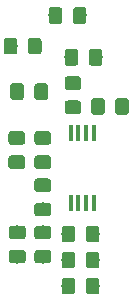
<source format=gbr>
G04 #@! TF.GenerationSoftware,KiCad,Pcbnew,(5.0.0)*
G04 #@! TF.CreationDate,2019-08-13T22:51:23+09:00*
G04 #@! TF.ProjectId,wm61_mic_preamp,776D36315F6D69635F707265616D702E,rev?*
G04 #@! TF.SameCoordinates,Original*
G04 #@! TF.FileFunction,Paste,Top*
G04 #@! TF.FilePolarity,Positive*
%FSLAX46Y46*%
G04 Gerber Fmt 4.6, Leading zero omitted, Abs format (unit mm)*
G04 Created by KiCad (PCBNEW (5.0.0)) date 08/13/19 22:51:23*
%MOMM*%
%LPD*%
G01*
G04 APERTURE LIST*
%ADD10C,0.100000*%
%ADD11C,1.150000*%
%ADD12R,0.450000X1.450000*%
G04 APERTURE END LIST*
D10*
G04 #@! TO.C,C1*
G36*
X155924505Y-122851204D02*
X155948773Y-122854804D01*
X155972572Y-122860765D01*
X155995671Y-122869030D01*
X156017850Y-122879520D01*
X156038893Y-122892132D01*
X156058599Y-122906747D01*
X156076777Y-122923223D01*
X156093253Y-122941401D01*
X156107868Y-122961107D01*
X156120480Y-122982150D01*
X156130970Y-123004329D01*
X156139235Y-123027428D01*
X156145196Y-123051227D01*
X156148796Y-123075495D01*
X156150000Y-123099999D01*
X156150000Y-124000001D01*
X156148796Y-124024505D01*
X156145196Y-124048773D01*
X156139235Y-124072572D01*
X156130970Y-124095671D01*
X156120480Y-124117850D01*
X156107868Y-124138893D01*
X156093253Y-124158599D01*
X156076777Y-124176777D01*
X156058599Y-124193253D01*
X156038893Y-124207868D01*
X156017850Y-124220480D01*
X155995671Y-124230970D01*
X155972572Y-124239235D01*
X155948773Y-124245196D01*
X155924505Y-124248796D01*
X155900001Y-124250000D01*
X155249999Y-124250000D01*
X155225495Y-124248796D01*
X155201227Y-124245196D01*
X155177428Y-124239235D01*
X155154329Y-124230970D01*
X155132150Y-124220480D01*
X155111107Y-124207868D01*
X155091401Y-124193253D01*
X155073223Y-124176777D01*
X155056747Y-124158599D01*
X155042132Y-124138893D01*
X155029520Y-124117850D01*
X155019030Y-124095671D01*
X155010765Y-124072572D01*
X155004804Y-124048773D01*
X155001204Y-124024505D01*
X155000000Y-124000001D01*
X155000000Y-123099999D01*
X155001204Y-123075495D01*
X155004804Y-123051227D01*
X155010765Y-123027428D01*
X155019030Y-123004329D01*
X155029520Y-122982150D01*
X155042132Y-122961107D01*
X155056747Y-122941401D01*
X155073223Y-122923223D01*
X155091401Y-122906747D01*
X155111107Y-122892132D01*
X155132150Y-122879520D01*
X155154329Y-122869030D01*
X155177428Y-122860765D01*
X155201227Y-122854804D01*
X155225495Y-122851204D01*
X155249999Y-122850000D01*
X155900001Y-122850000D01*
X155924505Y-122851204D01*
X155924505Y-122851204D01*
G37*
D11*
X155575000Y-123550000D03*
D10*
G36*
X157974505Y-122851204D02*
X157998773Y-122854804D01*
X158022572Y-122860765D01*
X158045671Y-122869030D01*
X158067850Y-122879520D01*
X158088893Y-122892132D01*
X158108599Y-122906747D01*
X158126777Y-122923223D01*
X158143253Y-122941401D01*
X158157868Y-122961107D01*
X158170480Y-122982150D01*
X158180970Y-123004329D01*
X158189235Y-123027428D01*
X158195196Y-123051227D01*
X158198796Y-123075495D01*
X158200000Y-123099999D01*
X158200000Y-124000001D01*
X158198796Y-124024505D01*
X158195196Y-124048773D01*
X158189235Y-124072572D01*
X158180970Y-124095671D01*
X158170480Y-124117850D01*
X158157868Y-124138893D01*
X158143253Y-124158599D01*
X158126777Y-124176777D01*
X158108599Y-124193253D01*
X158088893Y-124207868D01*
X158067850Y-124220480D01*
X158045671Y-124230970D01*
X158022572Y-124239235D01*
X157998773Y-124245196D01*
X157974505Y-124248796D01*
X157950001Y-124250000D01*
X157299999Y-124250000D01*
X157275495Y-124248796D01*
X157251227Y-124245196D01*
X157227428Y-124239235D01*
X157204329Y-124230970D01*
X157182150Y-124220480D01*
X157161107Y-124207868D01*
X157141401Y-124193253D01*
X157123223Y-124176777D01*
X157106747Y-124158599D01*
X157092132Y-124138893D01*
X157079520Y-124117850D01*
X157069030Y-124095671D01*
X157060765Y-124072572D01*
X157054804Y-124048773D01*
X157051204Y-124024505D01*
X157050000Y-124000001D01*
X157050000Y-123099999D01*
X157051204Y-123075495D01*
X157054804Y-123051227D01*
X157060765Y-123027428D01*
X157069030Y-123004329D01*
X157079520Y-122982150D01*
X157092132Y-122961107D01*
X157106747Y-122941401D01*
X157123223Y-122923223D01*
X157141401Y-122906747D01*
X157161107Y-122892132D01*
X157182150Y-122879520D01*
X157204329Y-122869030D01*
X157227428Y-122860765D01*
X157251227Y-122854804D01*
X157275495Y-122851204D01*
X157299999Y-122850000D01*
X157950001Y-122850000D01*
X157974505Y-122851204D01*
X157974505Y-122851204D01*
G37*
D11*
X157625000Y-123550000D03*
G04 #@! TD*
D10*
G04 #@! TO.C,C2*
G36*
X154824505Y-102151204D02*
X154848773Y-102154804D01*
X154872572Y-102160765D01*
X154895671Y-102169030D01*
X154917850Y-102179520D01*
X154938893Y-102192132D01*
X154958599Y-102206747D01*
X154976777Y-102223223D01*
X154993253Y-102241401D01*
X155007868Y-102261107D01*
X155020480Y-102282150D01*
X155030970Y-102304329D01*
X155039235Y-102327428D01*
X155045196Y-102351227D01*
X155048796Y-102375495D01*
X155050000Y-102399999D01*
X155050000Y-103300001D01*
X155048796Y-103324505D01*
X155045196Y-103348773D01*
X155039235Y-103372572D01*
X155030970Y-103395671D01*
X155020480Y-103417850D01*
X155007868Y-103438893D01*
X154993253Y-103458599D01*
X154976777Y-103476777D01*
X154958599Y-103493253D01*
X154938893Y-103507868D01*
X154917850Y-103520480D01*
X154895671Y-103530970D01*
X154872572Y-103539235D01*
X154848773Y-103545196D01*
X154824505Y-103548796D01*
X154800001Y-103550000D01*
X154149999Y-103550000D01*
X154125495Y-103548796D01*
X154101227Y-103545196D01*
X154077428Y-103539235D01*
X154054329Y-103530970D01*
X154032150Y-103520480D01*
X154011107Y-103507868D01*
X153991401Y-103493253D01*
X153973223Y-103476777D01*
X153956747Y-103458599D01*
X153942132Y-103438893D01*
X153929520Y-103417850D01*
X153919030Y-103395671D01*
X153910765Y-103372572D01*
X153904804Y-103348773D01*
X153901204Y-103324505D01*
X153900000Y-103300001D01*
X153900000Y-102399999D01*
X153901204Y-102375495D01*
X153904804Y-102351227D01*
X153910765Y-102327428D01*
X153919030Y-102304329D01*
X153929520Y-102282150D01*
X153942132Y-102261107D01*
X153956747Y-102241401D01*
X153973223Y-102223223D01*
X153991401Y-102206747D01*
X154011107Y-102192132D01*
X154032150Y-102179520D01*
X154054329Y-102169030D01*
X154077428Y-102160765D01*
X154101227Y-102154804D01*
X154125495Y-102151204D01*
X154149999Y-102150000D01*
X154800001Y-102150000D01*
X154824505Y-102151204D01*
X154824505Y-102151204D01*
G37*
D11*
X154475000Y-102850000D03*
D10*
G36*
X156874505Y-102151204D02*
X156898773Y-102154804D01*
X156922572Y-102160765D01*
X156945671Y-102169030D01*
X156967850Y-102179520D01*
X156988893Y-102192132D01*
X157008599Y-102206747D01*
X157026777Y-102223223D01*
X157043253Y-102241401D01*
X157057868Y-102261107D01*
X157070480Y-102282150D01*
X157080970Y-102304329D01*
X157089235Y-102327428D01*
X157095196Y-102351227D01*
X157098796Y-102375495D01*
X157100000Y-102399999D01*
X157100000Y-103300001D01*
X157098796Y-103324505D01*
X157095196Y-103348773D01*
X157089235Y-103372572D01*
X157080970Y-103395671D01*
X157070480Y-103417850D01*
X157057868Y-103438893D01*
X157043253Y-103458599D01*
X157026777Y-103476777D01*
X157008599Y-103493253D01*
X156988893Y-103507868D01*
X156967850Y-103520480D01*
X156945671Y-103530970D01*
X156922572Y-103539235D01*
X156898773Y-103545196D01*
X156874505Y-103548796D01*
X156850001Y-103550000D01*
X156199999Y-103550000D01*
X156175495Y-103548796D01*
X156151227Y-103545196D01*
X156127428Y-103539235D01*
X156104329Y-103530970D01*
X156082150Y-103520480D01*
X156061107Y-103507868D01*
X156041401Y-103493253D01*
X156023223Y-103476777D01*
X156006747Y-103458599D01*
X155992132Y-103438893D01*
X155979520Y-103417850D01*
X155969030Y-103395671D01*
X155960765Y-103372572D01*
X155954804Y-103348773D01*
X155951204Y-103324505D01*
X155950000Y-103300001D01*
X155950000Y-102399999D01*
X155951204Y-102375495D01*
X155954804Y-102351227D01*
X155960765Y-102327428D01*
X155969030Y-102304329D01*
X155979520Y-102282150D01*
X155992132Y-102261107D01*
X156006747Y-102241401D01*
X156023223Y-102223223D01*
X156041401Y-102206747D01*
X156061107Y-102192132D01*
X156082150Y-102179520D01*
X156104329Y-102169030D01*
X156127428Y-102160765D01*
X156151227Y-102154804D01*
X156175495Y-102151204D01*
X156199999Y-102150000D01*
X156850001Y-102150000D01*
X156874505Y-102151204D01*
X156874505Y-102151204D01*
G37*
D11*
X156525000Y-102850000D03*
G04 #@! TD*
D10*
G04 #@! TO.C,C3*
G36*
X151724505Y-122701204D02*
X151748773Y-122704804D01*
X151772572Y-122710765D01*
X151795671Y-122719030D01*
X151817850Y-122729520D01*
X151838893Y-122742132D01*
X151858599Y-122756747D01*
X151876777Y-122773223D01*
X151893253Y-122791401D01*
X151907868Y-122811107D01*
X151920480Y-122832150D01*
X151930970Y-122854329D01*
X151939235Y-122877428D01*
X151945196Y-122901227D01*
X151948796Y-122925495D01*
X151950000Y-122949999D01*
X151950000Y-123600001D01*
X151948796Y-123624505D01*
X151945196Y-123648773D01*
X151939235Y-123672572D01*
X151930970Y-123695671D01*
X151920480Y-123717850D01*
X151907868Y-123738893D01*
X151893253Y-123758599D01*
X151876777Y-123776777D01*
X151858599Y-123793253D01*
X151838893Y-123807868D01*
X151817850Y-123820480D01*
X151795671Y-123830970D01*
X151772572Y-123839235D01*
X151748773Y-123845196D01*
X151724505Y-123848796D01*
X151700001Y-123850000D01*
X150799999Y-123850000D01*
X150775495Y-123848796D01*
X150751227Y-123845196D01*
X150727428Y-123839235D01*
X150704329Y-123830970D01*
X150682150Y-123820480D01*
X150661107Y-123807868D01*
X150641401Y-123793253D01*
X150623223Y-123776777D01*
X150606747Y-123758599D01*
X150592132Y-123738893D01*
X150579520Y-123717850D01*
X150569030Y-123695671D01*
X150560765Y-123672572D01*
X150554804Y-123648773D01*
X150551204Y-123624505D01*
X150550000Y-123600001D01*
X150550000Y-122949999D01*
X150551204Y-122925495D01*
X150554804Y-122901227D01*
X150560765Y-122877428D01*
X150569030Y-122854329D01*
X150579520Y-122832150D01*
X150592132Y-122811107D01*
X150606747Y-122791401D01*
X150623223Y-122773223D01*
X150641401Y-122756747D01*
X150661107Y-122742132D01*
X150682150Y-122729520D01*
X150704329Y-122719030D01*
X150727428Y-122710765D01*
X150751227Y-122704804D01*
X150775495Y-122701204D01*
X150799999Y-122700000D01*
X151700001Y-122700000D01*
X151724505Y-122701204D01*
X151724505Y-122701204D01*
G37*
D11*
X151250000Y-123275000D03*
D10*
G36*
X151724505Y-120651204D02*
X151748773Y-120654804D01*
X151772572Y-120660765D01*
X151795671Y-120669030D01*
X151817850Y-120679520D01*
X151838893Y-120692132D01*
X151858599Y-120706747D01*
X151876777Y-120723223D01*
X151893253Y-120741401D01*
X151907868Y-120761107D01*
X151920480Y-120782150D01*
X151930970Y-120804329D01*
X151939235Y-120827428D01*
X151945196Y-120851227D01*
X151948796Y-120875495D01*
X151950000Y-120899999D01*
X151950000Y-121550001D01*
X151948796Y-121574505D01*
X151945196Y-121598773D01*
X151939235Y-121622572D01*
X151930970Y-121645671D01*
X151920480Y-121667850D01*
X151907868Y-121688893D01*
X151893253Y-121708599D01*
X151876777Y-121726777D01*
X151858599Y-121743253D01*
X151838893Y-121757868D01*
X151817850Y-121770480D01*
X151795671Y-121780970D01*
X151772572Y-121789235D01*
X151748773Y-121795196D01*
X151724505Y-121798796D01*
X151700001Y-121800000D01*
X150799999Y-121800000D01*
X150775495Y-121798796D01*
X150751227Y-121795196D01*
X150727428Y-121789235D01*
X150704329Y-121780970D01*
X150682150Y-121770480D01*
X150661107Y-121757868D01*
X150641401Y-121743253D01*
X150623223Y-121726777D01*
X150606747Y-121708599D01*
X150592132Y-121688893D01*
X150579520Y-121667850D01*
X150569030Y-121645671D01*
X150560765Y-121622572D01*
X150554804Y-121598773D01*
X150551204Y-121574505D01*
X150550000Y-121550001D01*
X150550000Y-120899999D01*
X150551204Y-120875495D01*
X150554804Y-120851227D01*
X150560765Y-120827428D01*
X150569030Y-120804329D01*
X150579520Y-120782150D01*
X150592132Y-120761107D01*
X150606747Y-120741401D01*
X150623223Y-120723223D01*
X150641401Y-120706747D01*
X150661107Y-120692132D01*
X150682150Y-120679520D01*
X150704329Y-120669030D01*
X150727428Y-120660765D01*
X150751227Y-120654804D01*
X150775495Y-120651204D01*
X150799999Y-120650000D01*
X151700001Y-120650000D01*
X151724505Y-120651204D01*
X151724505Y-120651204D01*
G37*
D11*
X151250000Y-121225000D03*
G04 #@! TD*
D10*
G04 #@! TO.C,C4*
G36*
X158424505Y-109851204D02*
X158448773Y-109854804D01*
X158472572Y-109860765D01*
X158495671Y-109869030D01*
X158517850Y-109879520D01*
X158538893Y-109892132D01*
X158558599Y-109906747D01*
X158576777Y-109923223D01*
X158593253Y-109941401D01*
X158607868Y-109961107D01*
X158620480Y-109982150D01*
X158630970Y-110004329D01*
X158639235Y-110027428D01*
X158645196Y-110051227D01*
X158648796Y-110075495D01*
X158650000Y-110099999D01*
X158650000Y-111000001D01*
X158648796Y-111024505D01*
X158645196Y-111048773D01*
X158639235Y-111072572D01*
X158630970Y-111095671D01*
X158620480Y-111117850D01*
X158607868Y-111138893D01*
X158593253Y-111158599D01*
X158576777Y-111176777D01*
X158558599Y-111193253D01*
X158538893Y-111207868D01*
X158517850Y-111220480D01*
X158495671Y-111230970D01*
X158472572Y-111239235D01*
X158448773Y-111245196D01*
X158424505Y-111248796D01*
X158400001Y-111250000D01*
X157749999Y-111250000D01*
X157725495Y-111248796D01*
X157701227Y-111245196D01*
X157677428Y-111239235D01*
X157654329Y-111230970D01*
X157632150Y-111220480D01*
X157611107Y-111207868D01*
X157591401Y-111193253D01*
X157573223Y-111176777D01*
X157556747Y-111158599D01*
X157542132Y-111138893D01*
X157529520Y-111117850D01*
X157519030Y-111095671D01*
X157510765Y-111072572D01*
X157504804Y-111048773D01*
X157501204Y-111024505D01*
X157500000Y-111000001D01*
X157500000Y-110099999D01*
X157501204Y-110075495D01*
X157504804Y-110051227D01*
X157510765Y-110027428D01*
X157519030Y-110004329D01*
X157529520Y-109982150D01*
X157542132Y-109961107D01*
X157556747Y-109941401D01*
X157573223Y-109923223D01*
X157591401Y-109906747D01*
X157611107Y-109892132D01*
X157632150Y-109879520D01*
X157654329Y-109869030D01*
X157677428Y-109860765D01*
X157701227Y-109854804D01*
X157725495Y-109851204D01*
X157749999Y-109850000D01*
X158400001Y-109850000D01*
X158424505Y-109851204D01*
X158424505Y-109851204D01*
G37*
D11*
X158075000Y-110550000D03*
D10*
G36*
X160474505Y-109851204D02*
X160498773Y-109854804D01*
X160522572Y-109860765D01*
X160545671Y-109869030D01*
X160567850Y-109879520D01*
X160588893Y-109892132D01*
X160608599Y-109906747D01*
X160626777Y-109923223D01*
X160643253Y-109941401D01*
X160657868Y-109961107D01*
X160670480Y-109982150D01*
X160680970Y-110004329D01*
X160689235Y-110027428D01*
X160695196Y-110051227D01*
X160698796Y-110075495D01*
X160700000Y-110099999D01*
X160700000Y-111000001D01*
X160698796Y-111024505D01*
X160695196Y-111048773D01*
X160689235Y-111072572D01*
X160680970Y-111095671D01*
X160670480Y-111117850D01*
X160657868Y-111138893D01*
X160643253Y-111158599D01*
X160626777Y-111176777D01*
X160608599Y-111193253D01*
X160588893Y-111207868D01*
X160567850Y-111220480D01*
X160545671Y-111230970D01*
X160522572Y-111239235D01*
X160498773Y-111245196D01*
X160474505Y-111248796D01*
X160450001Y-111250000D01*
X159799999Y-111250000D01*
X159775495Y-111248796D01*
X159751227Y-111245196D01*
X159727428Y-111239235D01*
X159704329Y-111230970D01*
X159682150Y-111220480D01*
X159661107Y-111207868D01*
X159641401Y-111193253D01*
X159623223Y-111176777D01*
X159606747Y-111158599D01*
X159592132Y-111138893D01*
X159579520Y-111117850D01*
X159569030Y-111095671D01*
X159560765Y-111072572D01*
X159554804Y-111048773D01*
X159551204Y-111024505D01*
X159550000Y-111000001D01*
X159550000Y-110099999D01*
X159551204Y-110075495D01*
X159554804Y-110051227D01*
X159560765Y-110027428D01*
X159569030Y-110004329D01*
X159579520Y-109982150D01*
X159592132Y-109961107D01*
X159606747Y-109941401D01*
X159623223Y-109923223D01*
X159641401Y-109906747D01*
X159661107Y-109892132D01*
X159682150Y-109879520D01*
X159704329Y-109869030D01*
X159727428Y-109860765D01*
X159751227Y-109854804D01*
X159775495Y-109851204D01*
X159799999Y-109850000D01*
X160450001Y-109850000D01*
X160474505Y-109851204D01*
X160474505Y-109851204D01*
G37*
D11*
X160125000Y-110550000D03*
G04 #@! TD*
D10*
G04 #@! TO.C,C5*
G36*
X153624505Y-108601204D02*
X153648773Y-108604804D01*
X153672572Y-108610765D01*
X153695671Y-108619030D01*
X153717850Y-108629520D01*
X153738893Y-108642132D01*
X153758599Y-108656747D01*
X153776777Y-108673223D01*
X153793253Y-108691401D01*
X153807868Y-108711107D01*
X153820480Y-108732150D01*
X153830970Y-108754329D01*
X153839235Y-108777428D01*
X153845196Y-108801227D01*
X153848796Y-108825495D01*
X153850000Y-108849999D01*
X153850000Y-109750001D01*
X153848796Y-109774505D01*
X153845196Y-109798773D01*
X153839235Y-109822572D01*
X153830970Y-109845671D01*
X153820480Y-109867850D01*
X153807868Y-109888893D01*
X153793253Y-109908599D01*
X153776777Y-109926777D01*
X153758599Y-109943253D01*
X153738893Y-109957868D01*
X153717850Y-109970480D01*
X153695671Y-109980970D01*
X153672572Y-109989235D01*
X153648773Y-109995196D01*
X153624505Y-109998796D01*
X153600001Y-110000000D01*
X152949999Y-110000000D01*
X152925495Y-109998796D01*
X152901227Y-109995196D01*
X152877428Y-109989235D01*
X152854329Y-109980970D01*
X152832150Y-109970480D01*
X152811107Y-109957868D01*
X152791401Y-109943253D01*
X152773223Y-109926777D01*
X152756747Y-109908599D01*
X152742132Y-109888893D01*
X152729520Y-109867850D01*
X152719030Y-109845671D01*
X152710765Y-109822572D01*
X152704804Y-109798773D01*
X152701204Y-109774505D01*
X152700000Y-109750001D01*
X152700000Y-108849999D01*
X152701204Y-108825495D01*
X152704804Y-108801227D01*
X152710765Y-108777428D01*
X152719030Y-108754329D01*
X152729520Y-108732150D01*
X152742132Y-108711107D01*
X152756747Y-108691401D01*
X152773223Y-108673223D01*
X152791401Y-108656747D01*
X152811107Y-108642132D01*
X152832150Y-108629520D01*
X152854329Y-108619030D01*
X152877428Y-108610765D01*
X152901227Y-108604804D01*
X152925495Y-108601204D01*
X152949999Y-108600000D01*
X153600001Y-108600000D01*
X153624505Y-108601204D01*
X153624505Y-108601204D01*
G37*
D11*
X153275000Y-109300000D03*
D10*
G36*
X151574505Y-108601204D02*
X151598773Y-108604804D01*
X151622572Y-108610765D01*
X151645671Y-108619030D01*
X151667850Y-108629520D01*
X151688893Y-108642132D01*
X151708599Y-108656747D01*
X151726777Y-108673223D01*
X151743253Y-108691401D01*
X151757868Y-108711107D01*
X151770480Y-108732150D01*
X151780970Y-108754329D01*
X151789235Y-108777428D01*
X151795196Y-108801227D01*
X151798796Y-108825495D01*
X151800000Y-108849999D01*
X151800000Y-109750001D01*
X151798796Y-109774505D01*
X151795196Y-109798773D01*
X151789235Y-109822572D01*
X151780970Y-109845671D01*
X151770480Y-109867850D01*
X151757868Y-109888893D01*
X151743253Y-109908599D01*
X151726777Y-109926777D01*
X151708599Y-109943253D01*
X151688893Y-109957868D01*
X151667850Y-109970480D01*
X151645671Y-109980970D01*
X151622572Y-109989235D01*
X151598773Y-109995196D01*
X151574505Y-109998796D01*
X151550001Y-110000000D01*
X150899999Y-110000000D01*
X150875495Y-109998796D01*
X150851227Y-109995196D01*
X150827428Y-109989235D01*
X150804329Y-109980970D01*
X150782150Y-109970480D01*
X150761107Y-109957868D01*
X150741401Y-109943253D01*
X150723223Y-109926777D01*
X150706747Y-109908599D01*
X150692132Y-109888893D01*
X150679520Y-109867850D01*
X150669030Y-109845671D01*
X150660765Y-109822572D01*
X150654804Y-109798773D01*
X150651204Y-109774505D01*
X150650000Y-109750001D01*
X150650000Y-108849999D01*
X150651204Y-108825495D01*
X150654804Y-108801227D01*
X150660765Y-108777428D01*
X150669030Y-108754329D01*
X150679520Y-108732150D01*
X150692132Y-108711107D01*
X150706747Y-108691401D01*
X150723223Y-108673223D01*
X150741401Y-108656747D01*
X150761107Y-108642132D01*
X150782150Y-108629520D01*
X150804329Y-108619030D01*
X150827428Y-108610765D01*
X150851227Y-108604804D01*
X150875495Y-108601204D01*
X150899999Y-108600000D01*
X151550001Y-108600000D01*
X151574505Y-108601204D01*
X151574505Y-108601204D01*
G37*
D11*
X151225000Y-109300000D03*
G04 #@! TD*
D10*
G04 #@! TO.C,C6*
G36*
X156424505Y-108001204D02*
X156448773Y-108004804D01*
X156472572Y-108010765D01*
X156495671Y-108019030D01*
X156517850Y-108029520D01*
X156538893Y-108042132D01*
X156558599Y-108056747D01*
X156576777Y-108073223D01*
X156593253Y-108091401D01*
X156607868Y-108111107D01*
X156620480Y-108132150D01*
X156630970Y-108154329D01*
X156639235Y-108177428D01*
X156645196Y-108201227D01*
X156648796Y-108225495D01*
X156650000Y-108249999D01*
X156650000Y-108900001D01*
X156648796Y-108924505D01*
X156645196Y-108948773D01*
X156639235Y-108972572D01*
X156630970Y-108995671D01*
X156620480Y-109017850D01*
X156607868Y-109038893D01*
X156593253Y-109058599D01*
X156576777Y-109076777D01*
X156558599Y-109093253D01*
X156538893Y-109107868D01*
X156517850Y-109120480D01*
X156495671Y-109130970D01*
X156472572Y-109139235D01*
X156448773Y-109145196D01*
X156424505Y-109148796D01*
X156400001Y-109150000D01*
X155499999Y-109150000D01*
X155475495Y-109148796D01*
X155451227Y-109145196D01*
X155427428Y-109139235D01*
X155404329Y-109130970D01*
X155382150Y-109120480D01*
X155361107Y-109107868D01*
X155341401Y-109093253D01*
X155323223Y-109076777D01*
X155306747Y-109058599D01*
X155292132Y-109038893D01*
X155279520Y-109017850D01*
X155269030Y-108995671D01*
X155260765Y-108972572D01*
X155254804Y-108948773D01*
X155251204Y-108924505D01*
X155250000Y-108900001D01*
X155250000Y-108249999D01*
X155251204Y-108225495D01*
X155254804Y-108201227D01*
X155260765Y-108177428D01*
X155269030Y-108154329D01*
X155279520Y-108132150D01*
X155292132Y-108111107D01*
X155306747Y-108091401D01*
X155323223Y-108073223D01*
X155341401Y-108056747D01*
X155361107Y-108042132D01*
X155382150Y-108029520D01*
X155404329Y-108019030D01*
X155427428Y-108010765D01*
X155451227Y-108004804D01*
X155475495Y-108001204D01*
X155499999Y-108000000D01*
X156400001Y-108000000D01*
X156424505Y-108001204D01*
X156424505Y-108001204D01*
G37*
D11*
X155950000Y-108575000D03*
D10*
G36*
X156424505Y-110051204D02*
X156448773Y-110054804D01*
X156472572Y-110060765D01*
X156495671Y-110069030D01*
X156517850Y-110079520D01*
X156538893Y-110092132D01*
X156558599Y-110106747D01*
X156576777Y-110123223D01*
X156593253Y-110141401D01*
X156607868Y-110161107D01*
X156620480Y-110182150D01*
X156630970Y-110204329D01*
X156639235Y-110227428D01*
X156645196Y-110251227D01*
X156648796Y-110275495D01*
X156650000Y-110299999D01*
X156650000Y-110950001D01*
X156648796Y-110974505D01*
X156645196Y-110998773D01*
X156639235Y-111022572D01*
X156630970Y-111045671D01*
X156620480Y-111067850D01*
X156607868Y-111088893D01*
X156593253Y-111108599D01*
X156576777Y-111126777D01*
X156558599Y-111143253D01*
X156538893Y-111157868D01*
X156517850Y-111170480D01*
X156495671Y-111180970D01*
X156472572Y-111189235D01*
X156448773Y-111195196D01*
X156424505Y-111198796D01*
X156400001Y-111200000D01*
X155499999Y-111200000D01*
X155475495Y-111198796D01*
X155451227Y-111195196D01*
X155427428Y-111189235D01*
X155404329Y-111180970D01*
X155382150Y-111170480D01*
X155361107Y-111157868D01*
X155341401Y-111143253D01*
X155323223Y-111126777D01*
X155306747Y-111108599D01*
X155292132Y-111088893D01*
X155279520Y-111067850D01*
X155269030Y-111045671D01*
X155260765Y-111022572D01*
X155254804Y-110998773D01*
X155251204Y-110974505D01*
X155250000Y-110950001D01*
X155250000Y-110299999D01*
X155251204Y-110275495D01*
X155254804Y-110251227D01*
X155260765Y-110227428D01*
X155269030Y-110204329D01*
X155279520Y-110182150D01*
X155292132Y-110161107D01*
X155306747Y-110141401D01*
X155323223Y-110123223D01*
X155341401Y-110106747D01*
X155361107Y-110092132D01*
X155382150Y-110079520D01*
X155404329Y-110069030D01*
X155427428Y-110060765D01*
X155451227Y-110054804D01*
X155475495Y-110051204D01*
X155499999Y-110050000D01*
X156400001Y-110050000D01*
X156424505Y-110051204D01*
X156424505Y-110051204D01*
G37*
D11*
X155950000Y-110625000D03*
G04 #@! TD*
D10*
G04 #@! TO.C,L1*
G36*
X151024505Y-104751204D02*
X151048773Y-104754804D01*
X151072572Y-104760765D01*
X151095671Y-104769030D01*
X151117850Y-104779520D01*
X151138893Y-104792132D01*
X151158599Y-104806747D01*
X151176777Y-104823223D01*
X151193253Y-104841401D01*
X151207868Y-104861107D01*
X151220480Y-104882150D01*
X151230970Y-104904329D01*
X151239235Y-104927428D01*
X151245196Y-104951227D01*
X151248796Y-104975495D01*
X151250000Y-104999999D01*
X151250000Y-105900001D01*
X151248796Y-105924505D01*
X151245196Y-105948773D01*
X151239235Y-105972572D01*
X151230970Y-105995671D01*
X151220480Y-106017850D01*
X151207868Y-106038893D01*
X151193253Y-106058599D01*
X151176777Y-106076777D01*
X151158599Y-106093253D01*
X151138893Y-106107868D01*
X151117850Y-106120480D01*
X151095671Y-106130970D01*
X151072572Y-106139235D01*
X151048773Y-106145196D01*
X151024505Y-106148796D01*
X151000001Y-106150000D01*
X150349999Y-106150000D01*
X150325495Y-106148796D01*
X150301227Y-106145196D01*
X150277428Y-106139235D01*
X150254329Y-106130970D01*
X150232150Y-106120480D01*
X150211107Y-106107868D01*
X150191401Y-106093253D01*
X150173223Y-106076777D01*
X150156747Y-106058599D01*
X150142132Y-106038893D01*
X150129520Y-106017850D01*
X150119030Y-105995671D01*
X150110765Y-105972572D01*
X150104804Y-105948773D01*
X150101204Y-105924505D01*
X150100000Y-105900001D01*
X150100000Y-104999999D01*
X150101204Y-104975495D01*
X150104804Y-104951227D01*
X150110765Y-104927428D01*
X150119030Y-104904329D01*
X150129520Y-104882150D01*
X150142132Y-104861107D01*
X150156747Y-104841401D01*
X150173223Y-104823223D01*
X150191401Y-104806747D01*
X150211107Y-104792132D01*
X150232150Y-104779520D01*
X150254329Y-104769030D01*
X150277428Y-104760765D01*
X150301227Y-104754804D01*
X150325495Y-104751204D01*
X150349999Y-104750000D01*
X151000001Y-104750000D01*
X151024505Y-104751204D01*
X151024505Y-104751204D01*
G37*
D11*
X150675000Y-105450000D03*
D10*
G36*
X153074505Y-104751204D02*
X153098773Y-104754804D01*
X153122572Y-104760765D01*
X153145671Y-104769030D01*
X153167850Y-104779520D01*
X153188893Y-104792132D01*
X153208599Y-104806747D01*
X153226777Y-104823223D01*
X153243253Y-104841401D01*
X153257868Y-104861107D01*
X153270480Y-104882150D01*
X153280970Y-104904329D01*
X153289235Y-104927428D01*
X153295196Y-104951227D01*
X153298796Y-104975495D01*
X153300000Y-104999999D01*
X153300000Y-105900001D01*
X153298796Y-105924505D01*
X153295196Y-105948773D01*
X153289235Y-105972572D01*
X153280970Y-105995671D01*
X153270480Y-106017850D01*
X153257868Y-106038893D01*
X153243253Y-106058599D01*
X153226777Y-106076777D01*
X153208599Y-106093253D01*
X153188893Y-106107868D01*
X153167850Y-106120480D01*
X153145671Y-106130970D01*
X153122572Y-106139235D01*
X153098773Y-106145196D01*
X153074505Y-106148796D01*
X153050001Y-106150000D01*
X152399999Y-106150000D01*
X152375495Y-106148796D01*
X152351227Y-106145196D01*
X152327428Y-106139235D01*
X152304329Y-106130970D01*
X152282150Y-106120480D01*
X152261107Y-106107868D01*
X152241401Y-106093253D01*
X152223223Y-106076777D01*
X152206747Y-106058599D01*
X152192132Y-106038893D01*
X152179520Y-106017850D01*
X152169030Y-105995671D01*
X152160765Y-105972572D01*
X152154804Y-105948773D01*
X152151204Y-105924505D01*
X152150000Y-105900001D01*
X152150000Y-104999999D01*
X152151204Y-104975495D01*
X152154804Y-104951227D01*
X152160765Y-104927428D01*
X152169030Y-104904329D01*
X152179520Y-104882150D01*
X152192132Y-104861107D01*
X152206747Y-104841401D01*
X152223223Y-104823223D01*
X152241401Y-104806747D01*
X152261107Y-104792132D01*
X152282150Y-104779520D01*
X152304329Y-104769030D01*
X152327428Y-104760765D01*
X152351227Y-104754804D01*
X152375495Y-104751204D01*
X152399999Y-104750000D01*
X153050001Y-104750000D01*
X153074505Y-104751204D01*
X153074505Y-104751204D01*
G37*
D11*
X152725000Y-105450000D03*
G04 #@! TD*
D10*
G04 #@! TO.C,R1*
G36*
X157974505Y-125051204D02*
X157998773Y-125054804D01*
X158022572Y-125060765D01*
X158045671Y-125069030D01*
X158067850Y-125079520D01*
X158088893Y-125092132D01*
X158108599Y-125106747D01*
X158126777Y-125123223D01*
X158143253Y-125141401D01*
X158157868Y-125161107D01*
X158170480Y-125182150D01*
X158180970Y-125204329D01*
X158189235Y-125227428D01*
X158195196Y-125251227D01*
X158198796Y-125275495D01*
X158200000Y-125299999D01*
X158200000Y-126200001D01*
X158198796Y-126224505D01*
X158195196Y-126248773D01*
X158189235Y-126272572D01*
X158180970Y-126295671D01*
X158170480Y-126317850D01*
X158157868Y-126338893D01*
X158143253Y-126358599D01*
X158126777Y-126376777D01*
X158108599Y-126393253D01*
X158088893Y-126407868D01*
X158067850Y-126420480D01*
X158045671Y-126430970D01*
X158022572Y-126439235D01*
X157998773Y-126445196D01*
X157974505Y-126448796D01*
X157950001Y-126450000D01*
X157299999Y-126450000D01*
X157275495Y-126448796D01*
X157251227Y-126445196D01*
X157227428Y-126439235D01*
X157204329Y-126430970D01*
X157182150Y-126420480D01*
X157161107Y-126407868D01*
X157141401Y-126393253D01*
X157123223Y-126376777D01*
X157106747Y-126358599D01*
X157092132Y-126338893D01*
X157079520Y-126317850D01*
X157069030Y-126295671D01*
X157060765Y-126272572D01*
X157054804Y-126248773D01*
X157051204Y-126224505D01*
X157050000Y-126200001D01*
X157050000Y-125299999D01*
X157051204Y-125275495D01*
X157054804Y-125251227D01*
X157060765Y-125227428D01*
X157069030Y-125204329D01*
X157079520Y-125182150D01*
X157092132Y-125161107D01*
X157106747Y-125141401D01*
X157123223Y-125123223D01*
X157141401Y-125106747D01*
X157161107Y-125092132D01*
X157182150Y-125079520D01*
X157204329Y-125069030D01*
X157227428Y-125060765D01*
X157251227Y-125054804D01*
X157275495Y-125051204D01*
X157299999Y-125050000D01*
X157950001Y-125050000D01*
X157974505Y-125051204D01*
X157974505Y-125051204D01*
G37*
D11*
X157625000Y-125750000D03*
D10*
G36*
X155924505Y-125051204D02*
X155948773Y-125054804D01*
X155972572Y-125060765D01*
X155995671Y-125069030D01*
X156017850Y-125079520D01*
X156038893Y-125092132D01*
X156058599Y-125106747D01*
X156076777Y-125123223D01*
X156093253Y-125141401D01*
X156107868Y-125161107D01*
X156120480Y-125182150D01*
X156130970Y-125204329D01*
X156139235Y-125227428D01*
X156145196Y-125251227D01*
X156148796Y-125275495D01*
X156150000Y-125299999D01*
X156150000Y-126200001D01*
X156148796Y-126224505D01*
X156145196Y-126248773D01*
X156139235Y-126272572D01*
X156130970Y-126295671D01*
X156120480Y-126317850D01*
X156107868Y-126338893D01*
X156093253Y-126358599D01*
X156076777Y-126376777D01*
X156058599Y-126393253D01*
X156038893Y-126407868D01*
X156017850Y-126420480D01*
X155995671Y-126430970D01*
X155972572Y-126439235D01*
X155948773Y-126445196D01*
X155924505Y-126448796D01*
X155900001Y-126450000D01*
X155249999Y-126450000D01*
X155225495Y-126448796D01*
X155201227Y-126445196D01*
X155177428Y-126439235D01*
X155154329Y-126430970D01*
X155132150Y-126420480D01*
X155111107Y-126407868D01*
X155091401Y-126393253D01*
X155073223Y-126376777D01*
X155056747Y-126358599D01*
X155042132Y-126338893D01*
X155029520Y-126317850D01*
X155019030Y-126295671D01*
X155010765Y-126272572D01*
X155004804Y-126248773D01*
X155001204Y-126224505D01*
X155000000Y-126200001D01*
X155000000Y-125299999D01*
X155001204Y-125275495D01*
X155004804Y-125251227D01*
X155010765Y-125227428D01*
X155019030Y-125204329D01*
X155029520Y-125182150D01*
X155042132Y-125161107D01*
X155056747Y-125141401D01*
X155073223Y-125123223D01*
X155091401Y-125106747D01*
X155111107Y-125092132D01*
X155132150Y-125079520D01*
X155154329Y-125069030D01*
X155177428Y-125060765D01*
X155201227Y-125054804D01*
X155225495Y-125051204D01*
X155249999Y-125050000D01*
X155900001Y-125050000D01*
X155924505Y-125051204D01*
X155924505Y-125051204D01*
G37*
D11*
X155575000Y-125750000D03*
G04 #@! TD*
D10*
G04 #@! TO.C,R2*
G36*
X155924505Y-120651204D02*
X155948773Y-120654804D01*
X155972572Y-120660765D01*
X155995671Y-120669030D01*
X156017850Y-120679520D01*
X156038893Y-120692132D01*
X156058599Y-120706747D01*
X156076777Y-120723223D01*
X156093253Y-120741401D01*
X156107868Y-120761107D01*
X156120480Y-120782150D01*
X156130970Y-120804329D01*
X156139235Y-120827428D01*
X156145196Y-120851227D01*
X156148796Y-120875495D01*
X156150000Y-120899999D01*
X156150000Y-121800001D01*
X156148796Y-121824505D01*
X156145196Y-121848773D01*
X156139235Y-121872572D01*
X156130970Y-121895671D01*
X156120480Y-121917850D01*
X156107868Y-121938893D01*
X156093253Y-121958599D01*
X156076777Y-121976777D01*
X156058599Y-121993253D01*
X156038893Y-122007868D01*
X156017850Y-122020480D01*
X155995671Y-122030970D01*
X155972572Y-122039235D01*
X155948773Y-122045196D01*
X155924505Y-122048796D01*
X155900001Y-122050000D01*
X155249999Y-122050000D01*
X155225495Y-122048796D01*
X155201227Y-122045196D01*
X155177428Y-122039235D01*
X155154329Y-122030970D01*
X155132150Y-122020480D01*
X155111107Y-122007868D01*
X155091401Y-121993253D01*
X155073223Y-121976777D01*
X155056747Y-121958599D01*
X155042132Y-121938893D01*
X155029520Y-121917850D01*
X155019030Y-121895671D01*
X155010765Y-121872572D01*
X155004804Y-121848773D01*
X155001204Y-121824505D01*
X155000000Y-121800001D01*
X155000000Y-120899999D01*
X155001204Y-120875495D01*
X155004804Y-120851227D01*
X155010765Y-120827428D01*
X155019030Y-120804329D01*
X155029520Y-120782150D01*
X155042132Y-120761107D01*
X155056747Y-120741401D01*
X155073223Y-120723223D01*
X155091401Y-120706747D01*
X155111107Y-120692132D01*
X155132150Y-120679520D01*
X155154329Y-120669030D01*
X155177428Y-120660765D01*
X155201227Y-120654804D01*
X155225495Y-120651204D01*
X155249999Y-120650000D01*
X155900001Y-120650000D01*
X155924505Y-120651204D01*
X155924505Y-120651204D01*
G37*
D11*
X155575000Y-121350000D03*
D10*
G36*
X157974505Y-120651204D02*
X157998773Y-120654804D01*
X158022572Y-120660765D01*
X158045671Y-120669030D01*
X158067850Y-120679520D01*
X158088893Y-120692132D01*
X158108599Y-120706747D01*
X158126777Y-120723223D01*
X158143253Y-120741401D01*
X158157868Y-120761107D01*
X158170480Y-120782150D01*
X158180970Y-120804329D01*
X158189235Y-120827428D01*
X158195196Y-120851227D01*
X158198796Y-120875495D01*
X158200000Y-120899999D01*
X158200000Y-121800001D01*
X158198796Y-121824505D01*
X158195196Y-121848773D01*
X158189235Y-121872572D01*
X158180970Y-121895671D01*
X158170480Y-121917850D01*
X158157868Y-121938893D01*
X158143253Y-121958599D01*
X158126777Y-121976777D01*
X158108599Y-121993253D01*
X158088893Y-122007868D01*
X158067850Y-122020480D01*
X158045671Y-122030970D01*
X158022572Y-122039235D01*
X157998773Y-122045196D01*
X157974505Y-122048796D01*
X157950001Y-122050000D01*
X157299999Y-122050000D01*
X157275495Y-122048796D01*
X157251227Y-122045196D01*
X157227428Y-122039235D01*
X157204329Y-122030970D01*
X157182150Y-122020480D01*
X157161107Y-122007868D01*
X157141401Y-121993253D01*
X157123223Y-121976777D01*
X157106747Y-121958599D01*
X157092132Y-121938893D01*
X157079520Y-121917850D01*
X157069030Y-121895671D01*
X157060765Y-121872572D01*
X157054804Y-121848773D01*
X157051204Y-121824505D01*
X157050000Y-121800001D01*
X157050000Y-120899999D01*
X157051204Y-120875495D01*
X157054804Y-120851227D01*
X157060765Y-120827428D01*
X157069030Y-120804329D01*
X157079520Y-120782150D01*
X157092132Y-120761107D01*
X157106747Y-120741401D01*
X157123223Y-120723223D01*
X157141401Y-120706747D01*
X157161107Y-120692132D01*
X157182150Y-120679520D01*
X157204329Y-120669030D01*
X157227428Y-120660765D01*
X157251227Y-120654804D01*
X157275495Y-120651204D01*
X157299999Y-120650000D01*
X157950001Y-120650000D01*
X157974505Y-120651204D01*
X157974505Y-120651204D01*
G37*
D11*
X157625000Y-121350000D03*
G04 #@! TD*
D10*
G04 #@! TO.C,R3*
G36*
X153874505Y-116651204D02*
X153898773Y-116654804D01*
X153922572Y-116660765D01*
X153945671Y-116669030D01*
X153967850Y-116679520D01*
X153988893Y-116692132D01*
X154008599Y-116706747D01*
X154026777Y-116723223D01*
X154043253Y-116741401D01*
X154057868Y-116761107D01*
X154070480Y-116782150D01*
X154080970Y-116804329D01*
X154089235Y-116827428D01*
X154095196Y-116851227D01*
X154098796Y-116875495D01*
X154100000Y-116899999D01*
X154100000Y-117550001D01*
X154098796Y-117574505D01*
X154095196Y-117598773D01*
X154089235Y-117622572D01*
X154080970Y-117645671D01*
X154070480Y-117667850D01*
X154057868Y-117688893D01*
X154043253Y-117708599D01*
X154026777Y-117726777D01*
X154008599Y-117743253D01*
X153988893Y-117757868D01*
X153967850Y-117770480D01*
X153945671Y-117780970D01*
X153922572Y-117789235D01*
X153898773Y-117795196D01*
X153874505Y-117798796D01*
X153850001Y-117800000D01*
X152949999Y-117800000D01*
X152925495Y-117798796D01*
X152901227Y-117795196D01*
X152877428Y-117789235D01*
X152854329Y-117780970D01*
X152832150Y-117770480D01*
X152811107Y-117757868D01*
X152791401Y-117743253D01*
X152773223Y-117726777D01*
X152756747Y-117708599D01*
X152742132Y-117688893D01*
X152729520Y-117667850D01*
X152719030Y-117645671D01*
X152710765Y-117622572D01*
X152704804Y-117598773D01*
X152701204Y-117574505D01*
X152700000Y-117550001D01*
X152700000Y-116899999D01*
X152701204Y-116875495D01*
X152704804Y-116851227D01*
X152710765Y-116827428D01*
X152719030Y-116804329D01*
X152729520Y-116782150D01*
X152742132Y-116761107D01*
X152756747Y-116741401D01*
X152773223Y-116723223D01*
X152791401Y-116706747D01*
X152811107Y-116692132D01*
X152832150Y-116679520D01*
X152854329Y-116669030D01*
X152877428Y-116660765D01*
X152901227Y-116654804D01*
X152925495Y-116651204D01*
X152949999Y-116650000D01*
X153850001Y-116650000D01*
X153874505Y-116651204D01*
X153874505Y-116651204D01*
G37*
D11*
X153400000Y-117225000D03*
D10*
G36*
X153874505Y-118701204D02*
X153898773Y-118704804D01*
X153922572Y-118710765D01*
X153945671Y-118719030D01*
X153967850Y-118729520D01*
X153988893Y-118742132D01*
X154008599Y-118756747D01*
X154026777Y-118773223D01*
X154043253Y-118791401D01*
X154057868Y-118811107D01*
X154070480Y-118832150D01*
X154080970Y-118854329D01*
X154089235Y-118877428D01*
X154095196Y-118901227D01*
X154098796Y-118925495D01*
X154100000Y-118949999D01*
X154100000Y-119600001D01*
X154098796Y-119624505D01*
X154095196Y-119648773D01*
X154089235Y-119672572D01*
X154080970Y-119695671D01*
X154070480Y-119717850D01*
X154057868Y-119738893D01*
X154043253Y-119758599D01*
X154026777Y-119776777D01*
X154008599Y-119793253D01*
X153988893Y-119807868D01*
X153967850Y-119820480D01*
X153945671Y-119830970D01*
X153922572Y-119839235D01*
X153898773Y-119845196D01*
X153874505Y-119848796D01*
X153850001Y-119850000D01*
X152949999Y-119850000D01*
X152925495Y-119848796D01*
X152901227Y-119845196D01*
X152877428Y-119839235D01*
X152854329Y-119830970D01*
X152832150Y-119820480D01*
X152811107Y-119807868D01*
X152791401Y-119793253D01*
X152773223Y-119776777D01*
X152756747Y-119758599D01*
X152742132Y-119738893D01*
X152729520Y-119717850D01*
X152719030Y-119695671D01*
X152710765Y-119672572D01*
X152704804Y-119648773D01*
X152701204Y-119624505D01*
X152700000Y-119600001D01*
X152700000Y-118949999D01*
X152701204Y-118925495D01*
X152704804Y-118901227D01*
X152710765Y-118877428D01*
X152719030Y-118854329D01*
X152729520Y-118832150D01*
X152742132Y-118811107D01*
X152756747Y-118791401D01*
X152773223Y-118773223D01*
X152791401Y-118756747D01*
X152811107Y-118742132D01*
X152832150Y-118729520D01*
X152854329Y-118719030D01*
X152877428Y-118710765D01*
X152901227Y-118704804D01*
X152925495Y-118701204D01*
X152949999Y-118700000D01*
X153850001Y-118700000D01*
X153874505Y-118701204D01*
X153874505Y-118701204D01*
G37*
D11*
X153400000Y-119275000D03*
G04 #@! TD*
D10*
G04 #@! TO.C,R4*
G36*
X153874505Y-120651204D02*
X153898773Y-120654804D01*
X153922572Y-120660765D01*
X153945671Y-120669030D01*
X153967850Y-120679520D01*
X153988893Y-120692132D01*
X154008599Y-120706747D01*
X154026777Y-120723223D01*
X154043253Y-120741401D01*
X154057868Y-120761107D01*
X154070480Y-120782150D01*
X154080970Y-120804329D01*
X154089235Y-120827428D01*
X154095196Y-120851227D01*
X154098796Y-120875495D01*
X154100000Y-120899999D01*
X154100000Y-121550001D01*
X154098796Y-121574505D01*
X154095196Y-121598773D01*
X154089235Y-121622572D01*
X154080970Y-121645671D01*
X154070480Y-121667850D01*
X154057868Y-121688893D01*
X154043253Y-121708599D01*
X154026777Y-121726777D01*
X154008599Y-121743253D01*
X153988893Y-121757868D01*
X153967850Y-121770480D01*
X153945671Y-121780970D01*
X153922572Y-121789235D01*
X153898773Y-121795196D01*
X153874505Y-121798796D01*
X153850001Y-121800000D01*
X152949999Y-121800000D01*
X152925495Y-121798796D01*
X152901227Y-121795196D01*
X152877428Y-121789235D01*
X152854329Y-121780970D01*
X152832150Y-121770480D01*
X152811107Y-121757868D01*
X152791401Y-121743253D01*
X152773223Y-121726777D01*
X152756747Y-121708599D01*
X152742132Y-121688893D01*
X152729520Y-121667850D01*
X152719030Y-121645671D01*
X152710765Y-121622572D01*
X152704804Y-121598773D01*
X152701204Y-121574505D01*
X152700000Y-121550001D01*
X152700000Y-120899999D01*
X152701204Y-120875495D01*
X152704804Y-120851227D01*
X152710765Y-120827428D01*
X152719030Y-120804329D01*
X152729520Y-120782150D01*
X152742132Y-120761107D01*
X152756747Y-120741401D01*
X152773223Y-120723223D01*
X152791401Y-120706747D01*
X152811107Y-120692132D01*
X152832150Y-120679520D01*
X152854329Y-120669030D01*
X152877428Y-120660765D01*
X152901227Y-120654804D01*
X152925495Y-120651204D01*
X152949999Y-120650000D01*
X153850001Y-120650000D01*
X153874505Y-120651204D01*
X153874505Y-120651204D01*
G37*
D11*
X153400000Y-121225000D03*
D10*
G36*
X153874505Y-122701204D02*
X153898773Y-122704804D01*
X153922572Y-122710765D01*
X153945671Y-122719030D01*
X153967850Y-122729520D01*
X153988893Y-122742132D01*
X154008599Y-122756747D01*
X154026777Y-122773223D01*
X154043253Y-122791401D01*
X154057868Y-122811107D01*
X154070480Y-122832150D01*
X154080970Y-122854329D01*
X154089235Y-122877428D01*
X154095196Y-122901227D01*
X154098796Y-122925495D01*
X154100000Y-122949999D01*
X154100000Y-123600001D01*
X154098796Y-123624505D01*
X154095196Y-123648773D01*
X154089235Y-123672572D01*
X154080970Y-123695671D01*
X154070480Y-123717850D01*
X154057868Y-123738893D01*
X154043253Y-123758599D01*
X154026777Y-123776777D01*
X154008599Y-123793253D01*
X153988893Y-123807868D01*
X153967850Y-123820480D01*
X153945671Y-123830970D01*
X153922572Y-123839235D01*
X153898773Y-123845196D01*
X153874505Y-123848796D01*
X153850001Y-123850000D01*
X152949999Y-123850000D01*
X152925495Y-123848796D01*
X152901227Y-123845196D01*
X152877428Y-123839235D01*
X152854329Y-123830970D01*
X152832150Y-123820480D01*
X152811107Y-123807868D01*
X152791401Y-123793253D01*
X152773223Y-123776777D01*
X152756747Y-123758599D01*
X152742132Y-123738893D01*
X152729520Y-123717850D01*
X152719030Y-123695671D01*
X152710765Y-123672572D01*
X152704804Y-123648773D01*
X152701204Y-123624505D01*
X152700000Y-123600001D01*
X152700000Y-122949999D01*
X152701204Y-122925495D01*
X152704804Y-122901227D01*
X152710765Y-122877428D01*
X152719030Y-122854329D01*
X152729520Y-122832150D01*
X152742132Y-122811107D01*
X152756747Y-122791401D01*
X152773223Y-122773223D01*
X152791401Y-122756747D01*
X152811107Y-122742132D01*
X152832150Y-122729520D01*
X152854329Y-122719030D01*
X152877428Y-122710765D01*
X152901227Y-122704804D01*
X152925495Y-122701204D01*
X152949999Y-122700000D01*
X153850001Y-122700000D01*
X153874505Y-122701204D01*
X153874505Y-122701204D01*
G37*
D11*
X153400000Y-123275000D03*
G04 #@! TD*
D10*
G04 #@! TO.C,R5*
G36*
X153874505Y-114701204D02*
X153898773Y-114704804D01*
X153922572Y-114710765D01*
X153945671Y-114719030D01*
X153967850Y-114729520D01*
X153988893Y-114742132D01*
X154008599Y-114756747D01*
X154026777Y-114773223D01*
X154043253Y-114791401D01*
X154057868Y-114811107D01*
X154070480Y-114832150D01*
X154080970Y-114854329D01*
X154089235Y-114877428D01*
X154095196Y-114901227D01*
X154098796Y-114925495D01*
X154100000Y-114949999D01*
X154100000Y-115600001D01*
X154098796Y-115624505D01*
X154095196Y-115648773D01*
X154089235Y-115672572D01*
X154080970Y-115695671D01*
X154070480Y-115717850D01*
X154057868Y-115738893D01*
X154043253Y-115758599D01*
X154026777Y-115776777D01*
X154008599Y-115793253D01*
X153988893Y-115807868D01*
X153967850Y-115820480D01*
X153945671Y-115830970D01*
X153922572Y-115839235D01*
X153898773Y-115845196D01*
X153874505Y-115848796D01*
X153850001Y-115850000D01*
X152949999Y-115850000D01*
X152925495Y-115848796D01*
X152901227Y-115845196D01*
X152877428Y-115839235D01*
X152854329Y-115830970D01*
X152832150Y-115820480D01*
X152811107Y-115807868D01*
X152791401Y-115793253D01*
X152773223Y-115776777D01*
X152756747Y-115758599D01*
X152742132Y-115738893D01*
X152729520Y-115717850D01*
X152719030Y-115695671D01*
X152710765Y-115672572D01*
X152704804Y-115648773D01*
X152701204Y-115624505D01*
X152700000Y-115600001D01*
X152700000Y-114949999D01*
X152701204Y-114925495D01*
X152704804Y-114901227D01*
X152710765Y-114877428D01*
X152719030Y-114854329D01*
X152729520Y-114832150D01*
X152742132Y-114811107D01*
X152756747Y-114791401D01*
X152773223Y-114773223D01*
X152791401Y-114756747D01*
X152811107Y-114742132D01*
X152832150Y-114729520D01*
X152854329Y-114719030D01*
X152877428Y-114710765D01*
X152901227Y-114704804D01*
X152925495Y-114701204D01*
X152949999Y-114700000D01*
X153850001Y-114700000D01*
X153874505Y-114701204D01*
X153874505Y-114701204D01*
G37*
D11*
X153400000Y-115275000D03*
D10*
G36*
X153874505Y-112651204D02*
X153898773Y-112654804D01*
X153922572Y-112660765D01*
X153945671Y-112669030D01*
X153967850Y-112679520D01*
X153988893Y-112692132D01*
X154008599Y-112706747D01*
X154026777Y-112723223D01*
X154043253Y-112741401D01*
X154057868Y-112761107D01*
X154070480Y-112782150D01*
X154080970Y-112804329D01*
X154089235Y-112827428D01*
X154095196Y-112851227D01*
X154098796Y-112875495D01*
X154100000Y-112899999D01*
X154100000Y-113550001D01*
X154098796Y-113574505D01*
X154095196Y-113598773D01*
X154089235Y-113622572D01*
X154080970Y-113645671D01*
X154070480Y-113667850D01*
X154057868Y-113688893D01*
X154043253Y-113708599D01*
X154026777Y-113726777D01*
X154008599Y-113743253D01*
X153988893Y-113757868D01*
X153967850Y-113770480D01*
X153945671Y-113780970D01*
X153922572Y-113789235D01*
X153898773Y-113795196D01*
X153874505Y-113798796D01*
X153850001Y-113800000D01*
X152949999Y-113800000D01*
X152925495Y-113798796D01*
X152901227Y-113795196D01*
X152877428Y-113789235D01*
X152854329Y-113780970D01*
X152832150Y-113770480D01*
X152811107Y-113757868D01*
X152791401Y-113743253D01*
X152773223Y-113726777D01*
X152756747Y-113708599D01*
X152742132Y-113688893D01*
X152729520Y-113667850D01*
X152719030Y-113645671D01*
X152710765Y-113622572D01*
X152704804Y-113598773D01*
X152701204Y-113574505D01*
X152700000Y-113550001D01*
X152700000Y-112899999D01*
X152701204Y-112875495D01*
X152704804Y-112851227D01*
X152710765Y-112827428D01*
X152719030Y-112804329D01*
X152729520Y-112782150D01*
X152742132Y-112761107D01*
X152756747Y-112741401D01*
X152773223Y-112723223D01*
X152791401Y-112706747D01*
X152811107Y-112692132D01*
X152832150Y-112679520D01*
X152854329Y-112669030D01*
X152877428Y-112660765D01*
X152901227Y-112654804D01*
X152925495Y-112651204D01*
X152949999Y-112650000D01*
X153850001Y-112650000D01*
X153874505Y-112651204D01*
X153874505Y-112651204D01*
G37*
D11*
X153400000Y-113225000D03*
G04 #@! TD*
D10*
G04 #@! TO.C,R6*
G36*
X151674505Y-112651204D02*
X151698773Y-112654804D01*
X151722572Y-112660765D01*
X151745671Y-112669030D01*
X151767850Y-112679520D01*
X151788893Y-112692132D01*
X151808599Y-112706747D01*
X151826777Y-112723223D01*
X151843253Y-112741401D01*
X151857868Y-112761107D01*
X151870480Y-112782150D01*
X151880970Y-112804329D01*
X151889235Y-112827428D01*
X151895196Y-112851227D01*
X151898796Y-112875495D01*
X151900000Y-112899999D01*
X151900000Y-113550001D01*
X151898796Y-113574505D01*
X151895196Y-113598773D01*
X151889235Y-113622572D01*
X151880970Y-113645671D01*
X151870480Y-113667850D01*
X151857868Y-113688893D01*
X151843253Y-113708599D01*
X151826777Y-113726777D01*
X151808599Y-113743253D01*
X151788893Y-113757868D01*
X151767850Y-113770480D01*
X151745671Y-113780970D01*
X151722572Y-113789235D01*
X151698773Y-113795196D01*
X151674505Y-113798796D01*
X151650001Y-113800000D01*
X150749999Y-113800000D01*
X150725495Y-113798796D01*
X150701227Y-113795196D01*
X150677428Y-113789235D01*
X150654329Y-113780970D01*
X150632150Y-113770480D01*
X150611107Y-113757868D01*
X150591401Y-113743253D01*
X150573223Y-113726777D01*
X150556747Y-113708599D01*
X150542132Y-113688893D01*
X150529520Y-113667850D01*
X150519030Y-113645671D01*
X150510765Y-113622572D01*
X150504804Y-113598773D01*
X150501204Y-113574505D01*
X150500000Y-113550001D01*
X150500000Y-112899999D01*
X150501204Y-112875495D01*
X150504804Y-112851227D01*
X150510765Y-112827428D01*
X150519030Y-112804329D01*
X150529520Y-112782150D01*
X150542132Y-112761107D01*
X150556747Y-112741401D01*
X150573223Y-112723223D01*
X150591401Y-112706747D01*
X150611107Y-112692132D01*
X150632150Y-112679520D01*
X150654329Y-112669030D01*
X150677428Y-112660765D01*
X150701227Y-112654804D01*
X150725495Y-112651204D01*
X150749999Y-112650000D01*
X151650001Y-112650000D01*
X151674505Y-112651204D01*
X151674505Y-112651204D01*
G37*
D11*
X151200000Y-113225000D03*
D10*
G36*
X151674505Y-114701204D02*
X151698773Y-114704804D01*
X151722572Y-114710765D01*
X151745671Y-114719030D01*
X151767850Y-114729520D01*
X151788893Y-114742132D01*
X151808599Y-114756747D01*
X151826777Y-114773223D01*
X151843253Y-114791401D01*
X151857868Y-114811107D01*
X151870480Y-114832150D01*
X151880970Y-114854329D01*
X151889235Y-114877428D01*
X151895196Y-114901227D01*
X151898796Y-114925495D01*
X151900000Y-114949999D01*
X151900000Y-115600001D01*
X151898796Y-115624505D01*
X151895196Y-115648773D01*
X151889235Y-115672572D01*
X151880970Y-115695671D01*
X151870480Y-115717850D01*
X151857868Y-115738893D01*
X151843253Y-115758599D01*
X151826777Y-115776777D01*
X151808599Y-115793253D01*
X151788893Y-115807868D01*
X151767850Y-115820480D01*
X151745671Y-115830970D01*
X151722572Y-115839235D01*
X151698773Y-115845196D01*
X151674505Y-115848796D01*
X151650001Y-115850000D01*
X150749999Y-115850000D01*
X150725495Y-115848796D01*
X150701227Y-115845196D01*
X150677428Y-115839235D01*
X150654329Y-115830970D01*
X150632150Y-115820480D01*
X150611107Y-115807868D01*
X150591401Y-115793253D01*
X150573223Y-115776777D01*
X150556747Y-115758599D01*
X150542132Y-115738893D01*
X150529520Y-115717850D01*
X150519030Y-115695671D01*
X150510765Y-115672572D01*
X150504804Y-115648773D01*
X150501204Y-115624505D01*
X150500000Y-115600001D01*
X150500000Y-114949999D01*
X150501204Y-114925495D01*
X150504804Y-114901227D01*
X150510765Y-114877428D01*
X150519030Y-114854329D01*
X150529520Y-114832150D01*
X150542132Y-114811107D01*
X150556747Y-114791401D01*
X150573223Y-114773223D01*
X150591401Y-114756747D01*
X150611107Y-114742132D01*
X150632150Y-114729520D01*
X150654329Y-114719030D01*
X150677428Y-114710765D01*
X150701227Y-114704804D01*
X150725495Y-114701204D01*
X150749999Y-114700000D01*
X151650001Y-114700000D01*
X151674505Y-114701204D01*
X151674505Y-114701204D01*
G37*
D11*
X151200000Y-115275000D03*
G04 #@! TD*
D10*
G04 #@! TO.C,R7*
G36*
X156174505Y-105701204D02*
X156198773Y-105704804D01*
X156222572Y-105710765D01*
X156245671Y-105719030D01*
X156267850Y-105729520D01*
X156288893Y-105742132D01*
X156308599Y-105756747D01*
X156326777Y-105773223D01*
X156343253Y-105791401D01*
X156357868Y-105811107D01*
X156370480Y-105832150D01*
X156380970Y-105854329D01*
X156389235Y-105877428D01*
X156395196Y-105901227D01*
X156398796Y-105925495D01*
X156400000Y-105949999D01*
X156400000Y-106850001D01*
X156398796Y-106874505D01*
X156395196Y-106898773D01*
X156389235Y-106922572D01*
X156380970Y-106945671D01*
X156370480Y-106967850D01*
X156357868Y-106988893D01*
X156343253Y-107008599D01*
X156326777Y-107026777D01*
X156308599Y-107043253D01*
X156288893Y-107057868D01*
X156267850Y-107070480D01*
X156245671Y-107080970D01*
X156222572Y-107089235D01*
X156198773Y-107095196D01*
X156174505Y-107098796D01*
X156150001Y-107100000D01*
X155499999Y-107100000D01*
X155475495Y-107098796D01*
X155451227Y-107095196D01*
X155427428Y-107089235D01*
X155404329Y-107080970D01*
X155382150Y-107070480D01*
X155361107Y-107057868D01*
X155341401Y-107043253D01*
X155323223Y-107026777D01*
X155306747Y-107008599D01*
X155292132Y-106988893D01*
X155279520Y-106967850D01*
X155269030Y-106945671D01*
X155260765Y-106922572D01*
X155254804Y-106898773D01*
X155251204Y-106874505D01*
X155250000Y-106850001D01*
X155250000Y-105949999D01*
X155251204Y-105925495D01*
X155254804Y-105901227D01*
X155260765Y-105877428D01*
X155269030Y-105854329D01*
X155279520Y-105832150D01*
X155292132Y-105811107D01*
X155306747Y-105791401D01*
X155323223Y-105773223D01*
X155341401Y-105756747D01*
X155361107Y-105742132D01*
X155382150Y-105729520D01*
X155404329Y-105719030D01*
X155427428Y-105710765D01*
X155451227Y-105704804D01*
X155475495Y-105701204D01*
X155499999Y-105700000D01*
X156150001Y-105700000D01*
X156174505Y-105701204D01*
X156174505Y-105701204D01*
G37*
D11*
X155825000Y-106400000D03*
D10*
G36*
X158224505Y-105701204D02*
X158248773Y-105704804D01*
X158272572Y-105710765D01*
X158295671Y-105719030D01*
X158317850Y-105729520D01*
X158338893Y-105742132D01*
X158358599Y-105756747D01*
X158376777Y-105773223D01*
X158393253Y-105791401D01*
X158407868Y-105811107D01*
X158420480Y-105832150D01*
X158430970Y-105854329D01*
X158439235Y-105877428D01*
X158445196Y-105901227D01*
X158448796Y-105925495D01*
X158450000Y-105949999D01*
X158450000Y-106850001D01*
X158448796Y-106874505D01*
X158445196Y-106898773D01*
X158439235Y-106922572D01*
X158430970Y-106945671D01*
X158420480Y-106967850D01*
X158407868Y-106988893D01*
X158393253Y-107008599D01*
X158376777Y-107026777D01*
X158358599Y-107043253D01*
X158338893Y-107057868D01*
X158317850Y-107070480D01*
X158295671Y-107080970D01*
X158272572Y-107089235D01*
X158248773Y-107095196D01*
X158224505Y-107098796D01*
X158200001Y-107100000D01*
X157549999Y-107100000D01*
X157525495Y-107098796D01*
X157501227Y-107095196D01*
X157477428Y-107089235D01*
X157454329Y-107080970D01*
X157432150Y-107070480D01*
X157411107Y-107057868D01*
X157391401Y-107043253D01*
X157373223Y-107026777D01*
X157356747Y-107008599D01*
X157342132Y-106988893D01*
X157329520Y-106967850D01*
X157319030Y-106945671D01*
X157310765Y-106922572D01*
X157304804Y-106898773D01*
X157301204Y-106874505D01*
X157300000Y-106850001D01*
X157300000Y-105949999D01*
X157301204Y-105925495D01*
X157304804Y-105901227D01*
X157310765Y-105877428D01*
X157319030Y-105854329D01*
X157329520Y-105832150D01*
X157342132Y-105811107D01*
X157356747Y-105791401D01*
X157373223Y-105773223D01*
X157391401Y-105756747D01*
X157411107Y-105742132D01*
X157432150Y-105729520D01*
X157454329Y-105719030D01*
X157477428Y-105710765D01*
X157501227Y-105704804D01*
X157525495Y-105701204D01*
X157549999Y-105700000D01*
X158200001Y-105700000D01*
X158224505Y-105701204D01*
X158224505Y-105701204D01*
G37*
D11*
X157875000Y-106400000D03*
G04 #@! TD*
D12*
G04 #@! TO.C,U1*
X155775000Y-118700000D03*
X156425000Y-118700000D03*
X157075000Y-118700000D03*
X157725000Y-118700000D03*
X157725000Y-112800000D03*
X157075000Y-112800000D03*
X156425000Y-112800000D03*
X155775000Y-112800000D03*
G04 #@! TD*
M02*

</source>
